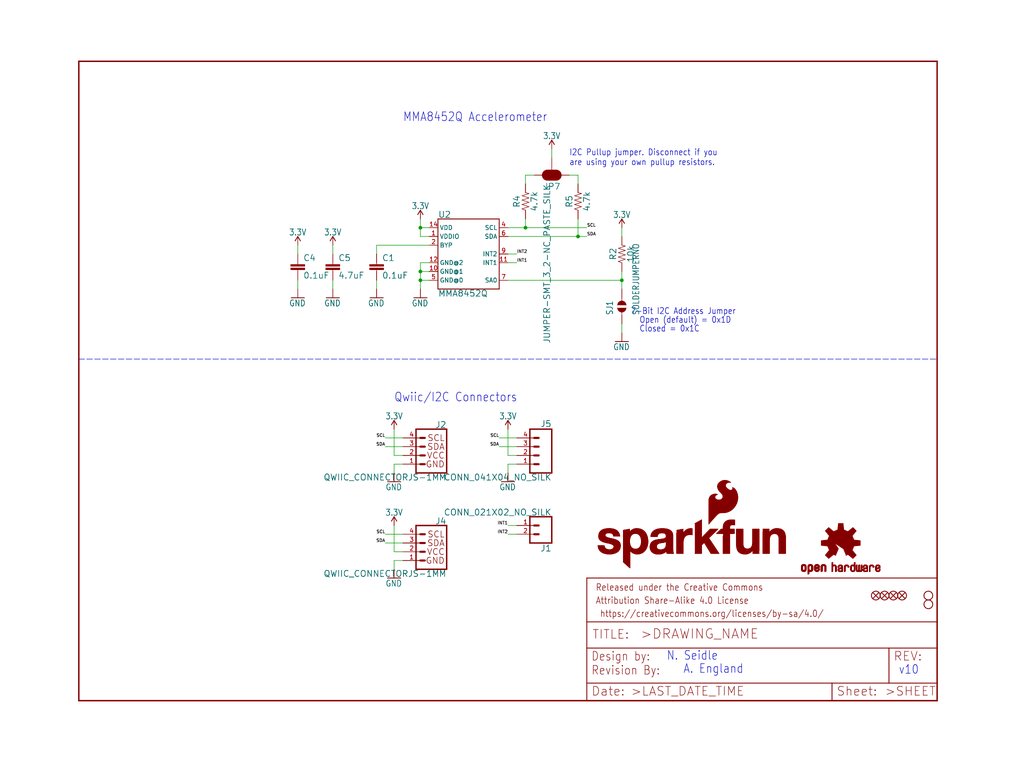
<source format=kicad_sch>
(kicad_sch (version 20211123) (generator eeschema)
  (paper "User" 297.002 223.926)
  (lib_symbols
    (symbol "eagleSchem-eagle-import:0.1UF-0603-25V-(+80{slash}-20%)"
      (property "Reference" "C" (at 1.524 2.921 0))
      (property "Value" "0.1UF-0603-25V-(+80{slash}-20%)" (at 1.524 -2.159 0))
      (symbol "0.1UF-0603-25V-(+80{slash}-20%)_1_0"
        (pin passive line (at 0 5.08 270) (length 2.54) (name "1") (number "1"))
        (pin passive line (at 0 -2.54 90) (length 2.54) (name "2") (number "2"))
      )
    )
    (symbol "eagleSchem-eagle-import:10KOHM-0603-1{slash}10W-1%"
      (property "Reference" "R" (at 0 1.524 0))
      (property "Value" "10KOHM-0603-1{slash}10W-1%" (at 0 -1.524 0))
      (symbol "10KOHM-0603-1{slash}10W-1%_1_0"
        (pin passive line (at -5.08 0 0) (length 2.54) (name "1") (number "1"))
        (pin passive line (at 5.08 0 180) (length 2.54) (name "2") (number "2"))
      )
    )
    (symbol "eagleSchem-eagle-import:3.3V" (power)
      (property "Value" "3.3V" (at 0 2.794 0))
      (symbol "3.3V_1_0"
        (pin power_in line (at 0 0 90) (length 2.54) (name "3.3V") (number "1"))
      )
    )
    (symbol "eagleSchem-eagle-import:4.7KOHM-0603-1{slash}10W-1%"
      (property "Reference" "R" (at 0 1.524 0))
      (property "Value" "4.7KOHM-0603-1{slash}10W-1%" (at 0 -1.524 0))
      (symbol "4.7KOHM-0603-1{slash}10W-1%_1_0"
        (pin passive line (at -5.08 0 0) (length 2.54) (name "1") (number "1"))
        (pin passive line (at 5.08 0 180) (length 2.54) (name "2") (number "2"))
      )
    )
    (symbol "eagleSchem-eagle-import:4.7UF0603"
      (property "Reference" "C" (at 1.524 2.921 0))
      (property "Value" "4.7UF0603" (at 1.524 -2.159 0))
      (symbol "4.7UF0603_1_0"
        (pin passive line (at 0 5.08 270) (length 2.54) (name "1") (number "1"))
        (pin passive line (at 0 -2.54 90) (length 2.54) (name "2") (number "2"))
      )
    )
    (symbol "eagleSchem-eagle-import:CONN_021X02_NO_SILK"
      (property "Reference" "J" (at -2.54 5.588 0))
      (property "Value" "CONN_021X02_NO_SILK" (at -2.54 -4.826 0))
      (symbol "CONN_021X02_NO_SILK_1_0"
        (pin passive line (at 7.62 0 180) (length 5.08) (name "1") (number "1"))
        (pin passive line (at 7.62 2.54 180) (length 5.08) (name "2") (number "2"))
      )
    )
    (symbol "eagleSchem-eagle-import:CONN_041X04_NO_SILK"
      (property "Reference" "J" (at -5.08 8.128 0))
      (property "Value" "CONN_041X04_NO_SILK" (at -5.08 -7.366 0))
      (symbol "CONN_041X04_NO_SILK_1_0"
        (pin passive line (at 5.08 -2.54 180) (length 5.08) (name "1") (number "1"))
        (pin passive line (at 5.08 0 180) (length 5.08) (name "2") (number "2"))
        (pin passive line (at 5.08 2.54 180) (length 5.08) (name "3") (number "3"))
        (pin passive line (at 5.08 5.08 180) (length 5.08) (name "4") (number "4"))
      )
    )
    (symbol "eagleSchem-eagle-import:FIDUCIALUFIDUCIAL")
    (symbol "eagleSchem-eagle-import:FRAME-LETTER"
      (symbol "FRAME-LETTER_2_0"
        (text " https://creativecommons.org/licenses/by-sa/4.0/" (at 2.54 24.13 0) (effects (font (size 1.9304 1.6408)) (justify left bottom)))
        (text ">DRAWING_NAME" (at 15.494 17.78 0) (effects (font (size 2.7432 2.7432)) (justify left bottom)))
        (text ">LAST_DATE_TIME" (at 12.7 1.27 0) (effects (font (size 2.54 2.54)) (justify left bottom)))
        (text ">SHEET" (at 86.36 1.27 0) (effects (font (size 2.54 2.54)) (justify left bottom)))
        (text "Attribution Share-Alike 4.0 License" (at 2.54 27.94 0) (effects (font (size 1.9304 1.6408)) (justify left bottom)))
        (text "Date:" (at 1.27 1.27 0) (effects (font (size 2.54 2.54)) (justify left bottom)))
        (text "Design by:" (at 1.27 11.43 0) (effects (font (size 2.54 2.159)) (justify left bottom)))
        (text "Released under the Creative Commons" (at 2.54 31.75 0) (effects (font (size 1.9304 1.6408)) (justify left bottom)))
        (text "REV:" (at 88.9 11.43 0) (effects (font (size 2.54 2.54)) (justify left bottom)))
        (text "Sheet:" (at 72.39 1.27 0) (effects (font (size 2.54 2.54)) (justify left bottom)))
        (text "TITLE:" (at 1.524 17.78 0) (effects (font (size 2.54 2.54)) (justify left bottom)))
      )
    )
    (symbol "eagleSchem-eagle-import:GND" (power)
      (property "Value" "GND" (at -2.54 -2.54 0))
      (symbol "GND_1_0"
        (pin power_in line (at 0 2.54 270) (length 2.54) (name "GND") (number "1"))
      )
    )
    (symbol "eagleSchem-eagle-import:JUMPER-SMT_3_2-NC_PASTE_SILK"
      (property "Reference" "JP" (at 2.54 0.381 0))
      (property "Value" "JUMPER-SMT_3_2-NC_PASTE_SILK" (at 2.54 -0.381 0))
      (symbol "JUMPER-SMT_3_2-NC_PASTE_SILK_1_0"
        (pin passive line (at 0 5.08 270) (length 2.54) (name "1") (number "1"))
        (pin passive line (at -5.08 0 0) (length 2.54) (name "2") (number "2"))
        (pin passive line (at 0 -5.08 90) (length 2.54) (name "3") (number "3"))
      )
    )
    (symbol "eagleSchem-eagle-import:MMA8452Q"
      (property "Reference" "U" (at -7.62 10.414 0))
      (property "Value" "MMA8452Q" (at -7.62 -10.414 0))
      (symbol "MMA8452Q_1_0"
        (pin bidirectional line (at -10.16 5.08 0) (length 2.54) (name "VDDIO") (number "1"))
        (pin bidirectional line (at -10.16 -5.08 0) (length 2.54) (name "GND@1") (number "10"))
        (pin bidirectional line (at 12.7 -2.54 180) (length 2.54) (name "INT1") (number "11"))
        (pin bidirectional line (at -10.16 -2.54 0) (length 2.54) (name "GND@2") (number "12"))
        (pin bidirectional line (at -10.16 7.62 0) (length 2.54) (name "VDD") (number "14"))
        (pin bidirectional line (at -10.16 2.54 0) (length 2.54) (name "BYP") (number "2"))
        (pin bidirectional line (at 12.7 7.62 180) (length 2.54) (name "SCL") (number "4"))
        (pin bidirectional line (at -10.16 -7.62 0) (length 2.54) (name "GND@0") (number "5"))
        (pin bidirectional line (at 12.7 5.08 180) (length 2.54) (name "SDA") (number "6"))
        (pin bidirectional line (at 12.7 -7.62 180) (length 2.54) (name "SA0") (number "7"))
        (pin bidirectional line (at 12.7 0 180) (length 2.54) (name "INT2") (number "9"))
      )
    )
    (symbol "eagleSchem-eagle-import:OSHW-LOGOMINI")
    (symbol "eagleSchem-eagle-import:QWIIC_CONNECTORJS-1MM"
      (property "Reference" "J" (at -5.08 7.874 0))
      (property "Value" "QWIIC_CONNECTORJS-1MM" (at -5.08 -5.334 0))
      (symbol "QWIIC_CONNECTORJS-1MM_1_0"
        (text "GND" (at -4.572 -2.54 0) (effects (font (size 1.778 1.778)) (justify left)))
        (text "SCL" (at -4.572 5.08 0) (effects (font (size 1.778 1.778)) (justify left)))
        (text "SDA" (at -4.572 2.54 0) (effects (font (size 1.778 1.778)) (justify left)))
        (text "VCC" (at -4.572 0 0) (effects (font (size 1.778 1.778)) (justify left)))
        (pin power_in line (at 7.62 -2.54 180) (length 5.08) (name "1") (number "1"))
        (pin power_in line (at 7.62 0 180) (length 5.08) (name "2") (number "2"))
        (pin passive line (at 7.62 2.54 180) (length 5.08) (name "3") (number "3"))
        (pin passive line (at 7.62 5.08 180) (length 5.08) (name "4") (number "4"))
      )
    )
    (symbol "eagleSchem-eagle-import:REVISION"
      (symbol "REVISION_1_0"
        (text "Revision By: " (at 0 0 0) (effects (font (size 2.54 2.159)) (justify left bottom)))
      )
    )
    (symbol "eagleSchem-eagle-import:SFE_LOGO_NAME_FLAME.1_INCH")
    (symbol "eagleSchem-eagle-import:SOLDERJUMPERNO"
      (property "Reference" "SJ" (at -2.54 2.54 0))
      (property "Value" "SOLDERJUMPERNO" (at -2.54 -5.08 0))
      (symbol "SOLDERJUMPERNO_1_0"
        (pin passive line (at -5.08 0 0) (length 2.54) (name "1") (number "1"))
        (pin passive line (at 5.08 0 180) (length 2.54) (name "2") (number "2"))
      )
    )
    (symbol "eagleSchem-eagle-import:STAND-OFF")
  )
  (junction (at 152.4 66.04))
  (junction (at 121.92 78.74))
  (junction (at 121.92 66.04))
  (junction (at 121.92 81.28))
  (junction (at 180.34 81.28))
  (junction (at 167.64 68.58))
  (wire (pts (xy 116.84 129.54) (xy 111.76 129.54)))
  (wire (pts (xy 149.86 152.4) (xy 147.32 152.4)))
  (wire (pts (xy 147.32 81.28) (xy 180.34 81.28)))
  (wire (pts (xy 86.36 73.66) (xy 86.36 71.12)))
  (wire (pts (xy 124.46 78.74) (xy 121.92 78.74)))
  (polyline (pts (xy 22.86 104.14) (xy 271.78 104.14)))
  (wire (pts (xy 147.32 76.2) (xy 149.86 76.2)))
  (wire (pts (xy 152.4 66.04) (xy 152.4 63.5)))
  (wire (pts (xy 180.34 81.28) (xy 180.34 78.74)))
  (wire (pts (xy 167.64 53.34) (xy 167.64 50.8)))
  (wire (pts (xy 114.3 160.02) (xy 114.3 152.4)))
  (wire (pts (xy 114.3 132.08) (xy 114.3 124.46)))
  (wire (pts (xy 116.84 132.08) (xy 114.3 132.08)))
  (wire (pts (xy 152.4 50.8) (xy 154.94 50.8)))
  (wire (pts (xy 121.92 66.04) (xy 121.92 63.5)))
  (wire (pts (xy 86.36 81.28) (xy 86.36 83.82)))
  (wire (pts (xy 121.92 78.74) (xy 121.92 81.28)))
  (wire (pts (xy 124.46 76.2) (xy 121.92 76.2)))
  (wire (pts (xy 160.02 43.18) (xy 160.02 45.72)))
  (wire (pts (xy 114.3 162.56) (xy 114.3 165.1)))
  (wire (pts (xy 124.46 68.58) (xy 121.92 68.58)))
  (wire (pts (xy 147.32 132.08) (xy 147.32 124.46)))
  (wire (pts (xy 180.34 83.82) (xy 180.34 81.28)))
  (wire (pts (xy 116.84 157.48) (xy 111.76 157.48)))
  (wire (pts (xy 149.86 129.54) (xy 144.78 129.54)))
  (wire (pts (xy 149.86 134.62) (xy 147.32 134.62)))
  (wire (pts (xy 109.22 71.12) (xy 109.22 73.66)))
  (wire (pts (xy 116.84 160.02) (xy 114.3 160.02)))
  (wire (pts (xy 147.32 68.58) (xy 167.64 68.58)))
  (wire (pts (xy 114.3 134.62) (xy 114.3 137.16)))
  (wire (pts (xy 152.4 53.34) (xy 152.4 50.8)))
  (wire (pts (xy 116.84 134.62) (xy 114.3 134.62)))
  (wire (pts (xy 180.34 66.04) (xy 180.34 68.58)))
  (wire (pts (xy 124.46 71.12) (xy 109.22 71.12)))
  (wire (pts (xy 149.86 127) (xy 144.78 127)))
  (wire (pts (xy 167.64 50.8) (xy 165.1 50.8)))
  (wire (pts (xy 116.84 154.94) (xy 111.76 154.94)))
  (wire (pts (xy 180.34 96.52) (xy 180.34 93.98)))
  (wire (pts (xy 116.84 162.56) (xy 114.3 162.56)))
  (wire (pts (xy 96.52 81.28) (xy 96.52 83.82)))
  (wire (pts (xy 167.64 68.58) (xy 170.18 68.58)))
  (wire (pts (xy 147.32 66.04) (xy 152.4 66.04)))
  (wire (pts (xy 121.92 81.28) (xy 121.92 83.82)))
  (wire (pts (xy 152.4 66.04) (xy 170.18 66.04)))
  (wire (pts (xy 124.46 66.04) (xy 121.92 66.04)))
  (wire (pts (xy 121.92 76.2) (xy 121.92 78.74)))
  (wire (pts (xy 96.52 73.66) (xy 96.52 71.12)))
  (wire (pts (xy 149.86 154.94) (xy 147.32 154.94)))
  (wire (pts (xy 167.64 68.58) (xy 167.64 63.5)))
  (wire (pts (xy 149.86 132.08) (xy 147.32 132.08)))
  (wire (pts (xy 147.32 73.66) (xy 149.86 73.66)))
  (wire (pts (xy 121.92 68.58) (xy 121.92 66.04)))
  (wire (pts (xy 147.32 134.62) (xy 147.32 137.16)))
  (wire (pts (xy 116.84 127) (xy 111.76 127)))
  (wire (pts (xy 109.22 81.28) (xy 109.22 83.82)))
  (wire (pts (xy 124.46 81.28) (xy 121.92 81.28)))
  (text "Open (default) = 0x1D" (at 185.42 93.98 180) (effects (font (size 1.778 1.5113)) (justify left bottom)))
  (text "7-Bit I2C Address Jumper" (at 182.88 91.44 180) (effects (font (size 1.778 1.5113)) (justify left bottom)))
  (text "I2C Pullup jumper. Disconnect if you\nare using your own pullup resistors." (at 165.1 48.26 0) (effects (font (size 1.778 1.5113)) (justify left bottom)))
  (text "Qwiic/I2C Connectors" (at 114.3 116.84 180) (effects (font (size 2.54 2.159)) (justify left bottom)))
  (text "Closed = 0x1C" (at 185.42 96.52 180) (effects (font (size 1.778 1.5113)) (justify left bottom)))
  (text "A. England" (at 198.12 195.58 180) (effects (font (size 2.54 2.159)) (justify left bottom)))
  (text "MMA8452Q Accelerometer" (at 116.84 35.56 180) (effects (font (size 2.54 2.159)) (justify left bottom)))
  (text "N. Seidle" (at 193.294 191.77 180) (effects (font (size 2.54 2.159)) (justify left bottom)))
  (text "v10" (at 260.604 195.834 180) (effects (font (size 2.54 2.159)) (justify left bottom)))
  (label "SCL" (at 111.76 127 180) (effects (font (size 0.889 0.889))))
  (label "SCL" (at 111.76 154.94 180) (effects (font (size 0.889 0.889))))
  (label "SDA" (at 144.78 129.54 180) (effects (font (size 0.889 0.889))))
  (label "INT1" (at 147.32 152.4 180) (effects (font (size 0.889 0.889))))
  (label "SDA" (at 111.76 129.54 180) (effects (font (size 0.889 0.889))))
  (label "SCL" (at 170.18 66.04 0) (effects (font (size 0.889 0.889))))
  (label "INT1" (at 149.86 76.2 0) (effects (font (size 0.889 0.889))))
  (label "INT2" (at 149.86 73.66 0) (effects (font (size 0.889 0.889))))
  (label "SDA" (at 111.76 157.48 180) (effects (font (size 0.889 0.889))))
  (label "SDA" (at 170.18 68.58 0) (effects (font (size 0.889 0.889))))
  (label "SCL" (at 144.78 127 180) (effects (font (size 0.889 0.889))))
  (label "INT2" (at 147.32 154.94 180) (effects (font (size 0.889 0.889))))
  (symbol (lib_id "eagleSchem-eagle-import:JUMPER-SMT_3_2-NC_PASTE_SILK") (at 160.02 50.8 270) (unit 1)
    (property "Reference" "JP7" (at 157.48 55.118 90) (effects (font (size 1.778 1.778)) (justify left bottom)))
    (property "Value" "JUMPER-SMT_3_2-NC_PASTE_SILK" (at 159.639 53.34 0) (effects (font (size 1.778 1.778)) (justify left top)))
    (property "Footprint" "eagleSchem:SMT-JUMPER_3_2-NC_PASTE_SILK" (effects hide))
  )
  (symbol (lib_id "eagleSchem-eagle-import:FIDUCIALUFIDUCIAL") (at 256.54 172.72 0) (unit 1)
    (property "Reference" "JP1" (effects hide))
    (property "Value" "FIDUCIALUFIDUCIAL" (effects hide))
    (property "Footprint" "eagleSchem:MICRO-FIDUCIAL" (effects hide))
  )
  (symbol (lib_id "eagleSchem-eagle-import:FRAME-LETTER") (at 170.18 203.2 0) (unit 2)
    (property "Reference" "FRAME1" (effects hide))
    (property "Value" "FRAME-LETTER" (effects hide))
    (property "Footprint" "eagleSchem:CREATIVE_COMMONS" (effects hide))
  )
  (symbol (lib_id "eagleSchem-eagle-import:0.1UF-0603-25V-(+80{slash}-20%)") (at 109.22 78.74 0) (unit 1)
    (property "Reference" "C1" (at 110.744 75.819 0) (effects (font (size 1.778 1.778)) (justify left bottom)))
    (property "Value" "0.1uF" (at 110.744 80.899 0) (effects (font (size 1.778 1.778)) (justify left bottom)))
    (property "Footprint" "eagleSchem:0603" (effects hide))
  )
  (symbol (lib_id "eagleSchem-eagle-import:0.1UF-0603-25V-(+80{slash}-20%)") (at 86.36 78.74 0) (unit 1)
    (property "Reference" "C4" (at 87.884 75.819 0) (effects (font (size 1.778 1.778)) (justify left bottom)))
    (property "Value" "0.1uF" (at 87.884 80.899 0) (effects (font (size 1.778 1.778)) (justify left bottom)))
    (property "Footprint" "eagleSchem:0603" (effects hide))
  )
  (symbol (lib_id "eagleSchem-eagle-import:GND") (at 114.3 139.7 0) (unit 1)
    (property "Reference" "#GND6" (effects hide))
    (property "Value" "GND" (at 111.76 142.24 0) (effects (font (size 1.778 1.5113)) (justify left bottom)))
    (property "Footprint" "eagleSchem:" (effects hide))
  )
  (symbol (lib_id "eagleSchem-eagle-import:GND") (at 96.52 86.36 0) (unit 1)
    (property "Reference" "#GND3" (effects hide))
    (property "Value" "GND" (at 93.98 88.9 0) (effects (font (size 1.778 1.5113)) (justify left bottom)))
    (property "Footprint" "eagleSchem:" (effects hide))
  )
  (symbol (lib_id "eagleSchem-eagle-import:4.7KOHM-0603-1{slash}10W-1%") (at 152.4 58.42 90) (unit 1)
    (property "Reference" "R4" (at 150.876 58.42 0) (effects (font (size 1.778 1.778)) (justify bottom)))
    (property "Value" "4.7k" (at 153.924 58.42 0) (effects (font (size 1.778 1.778)) (justify top)))
    (property "Footprint" "eagleSchem:0603" (effects hide))
  )
  (symbol (lib_id "eagleSchem-eagle-import:3.3V") (at 114.3 124.46 0) (unit 1)
    (property "Reference" "#SUPPLY4" (effects hide))
    (property "Value" "3.3V" (at 114.3 121.666 0) (effects (font (size 1.778 1.5113)) (justify bottom)))
    (property "Footprint" "eagleSchem:" (effects hide))
  )
  (symbol (lib_id "eagleSchem-eagle-import:QWIIC_CONNECTORJS-1MM") (at 124.46 160.02 0) (mirror y) (unit 1)
    (property "Reference" "J4" (at 129.54 152.146 0) (effects (font (size 1.778 1.778)) (justify left bottom)))
    (property "Value" "QWIIC_CONNECTORJS-1MM" (at 129.54 165.354 0) (effects (font (size 1.778 1.778)) (justify left top)))
    (property "Footprint" "eagleSchem:1X04_1MM_RA" (effects hide))
  )
  (symbol (lib_id "eagleSchem-eagle-import:FIDUCIALUFIDUCIAL") (at 254 172.72 0) (unit 1)
    (property "Reference" "JP2" (effects hide))
    (property "Value" "FIDUCIALUFIDUCIAL" (effects hide))
    (property "Footprint" "eagleSchem:MICRO-FIDUCIAL" (effects hide))
  )
  (symbol (lib_id "eagleSchem-eagle-import:GND") (at 114.3 167.64 0) (unit 1)
    (property "Reference" "#GND8" (effects hide))
    (property "Value" "GND" (at 111.76 170.18 0) (effects (font (size 1.778 1.5113)) (justify left bottom)))
    (property "Footprint" "eagleSchem:" (effects hide))
  )
  (symbol (lib_id "eagleSchem-eagle-import:FRAME-LETTER") (at 22.86 203.2 0) (unit 1)
    (property "Reference" "FRAME1" (effects hide))
    (property "Value" "FRAME-LETTER" (effects hide))
    (property "Footprint" "eagleSchem:CREATIVE_COMMONS" (effects hide))
  )
  (symbol (lib_id "eagleSchem-eagle-import:SOLDERJUMPERNO") (at 180.34 88.9 90) (unit 1)
    (property "Reference" "SJ1" (at 177.8 91.44 0) (effects (font (size 1.778 1.5113)) (justify left bottom)))
    (property "Value" "SOLDERJUMPERNO" (at 185.42 91.44 0) (effects (font (size 1.778 1.5113)) (justify left bottom)))
    (property "Footprint" "eagleSchem:SJ_2S-NO" (effects hide))
  )
  (symbol (lib_id "eagleSchem-eagle-import:3.3V") (at 147.32 124.46 0) (unit 1)
    (property "Reference" "#SUPPLY7" (effects hide))
    (property "Value" "3.3V" (at 147.32 121.666 0) (effects (font (size 1.778 1.5113)) (justify bottom)))
    (property "Footprint" "eagleSchem:" (effects hide))
  )
  (symbol (lib_id "eagleSchem-eagle-import:QWIIC_CONNECTORJS-1MM") (at 124.46 132.08 0) (mirror y) (unit 1)
    (property "Reference" "J2" (at 129.54 124.206 0) (effects (font (size 1.778 1.778)) (justify left bottom)))
    (property "Value" "QWIIC_CONNECTORJS-1MM" (at 129.54 137.414 0) (effects (font (size 1.778 1.778)) (justify left top)))
    (property "Footprint" "eagleSchem:1X04_1MM_RA" (effects hide))
  )
  (symbol (lib_id "eagleSchem-eagle-import:SFE_LOGO_NAME_FLAME.1_INCH") (at 172.72 165.1 0) (unit 1)
    (property "Reference" "LOGO2" (effects hide))
    (property "Value" "SFE_LOGO_NAME_FLAME.1_INCH" (effects hide))
    (property "Footprint" "eagleSchem:SFE_LOGO_NAME_FLAME_.1" (effects hide))
  )
  (symbol (lib_id "eagleSchem-eagle-import:SFE_LOGO_NAME_FLAME.1_INCH") (at 172.72 165.1 0) (unit 1)
    (property "Reference" "LOGO3" (effects hide))
    (property "Value" "SFE_LOGO_NAME_FLAME.1_INCH" (effects hide))
    (property "Footprint" "eagleSchem:SFE_LOGO_NAME_FLAME_.1" (effects hide))
  )
  (symbol (lib_id "eagleSchem-eagle-import:STAND-OFF") (at 269.24 172.72 0) (unit 1)
    (property "Reference" "JP3" (effects hide))
    (property "Value" "STAND-OFF" (effects hide))
    (property "Footprint" "eagleSchem:STAND-OFF" (effects hide))
  )
  (symbol (lib_id "eagleSchem-eagle-import:MMA8452Q") (at 134.62 73.66 0) (unit 1)
    (property "Reference" "U2" (at 127 63.246 0) (effects (font (size 1.778 1.778)) (justify left bottom)))
    (property "Value" "MMA8452Q" (at 127 84.074 0) (effects (font (size 1.778 1.778)) (justify left top)))
    (property "Footprint" "eagleSchem:QFN-16" (effects hide))
  )
  (symbol (lib_id "eagleSchem-eagle-import:GND") (at 109.22 86.36 0) (unit 1)
    (property "Reference" "#GND5" (effects hide))
    (property "Value" "GND" (at 106.68 88.9 0) (effects (font (size 1.778 1.5113)) (justify left bottom)))
    (property "Footprint" "eagleSchem:" (effects hide))
  )
  (symbol (lib_id "eagleSchem-eagle-import:GND") (at 147.32 139.7 0) (unit 1)
    (property "Reference" "#GND7" (effects hide))
    (property "Value" "GND" (at 144.78 142.24 0) (effects (font (size 1.778 1.5113)) (justify left bottom)))
    (property "Footprint" "eagleSchem:" (effects hide))
  )
  (symbol (lib_id "eagleSchem-eagle-import:GND") (at 121.92 86.36 0) (unit 1)
    (property "Reference" "#GND1" (effects hide))
    (property "Value" "GND" (at 119.38 88.9 0) (effects (font (size 1.778 1.5113)) (justify left bottom)))
    (property "Footprint" "eagleSchem:" (effects hide))
  )
  (symbol (lib_id "eagleSchem-eagle-import:3.3V") (at 86.36 71.12 0) (unit 1)
    (property "Reference" "#SUPPLY5" (effects hide))
    (property "Value" "3.3V" (at 86.36 68.326 0) (effects (font (size 1.778 1.5113)) (justify bottom)))
    (property "Footprint" "eagleSchem:" (effects hide))
  )
  (symbol (lib_id "eagleSchem-eagle-import:3.3V") (at 121.92 63.5 0) (unit 1)
    (property "Reference" "#SUPPLY3" (effects hide))
    (property "Value" "3.3V" (at 121.92 60.706 0) (effects (font (size 1.778 1.5113)) (justify bottom)))
    (property "Footprint" "eagleSchem:" (effects hide))
  )
  (symbol (lib_id "eagleSchem-eagle-import:CONN_041X04_NO_SILK") (at 154.94 132.08 0) (mirror y) (unit 1)
    (property "Reference" "J5" (at 160.02 123.952 0) (effects (font (size 1.778 1.778)) (justify left bottom)))
    (property "Value" "CONN_041X04_NO_SILK" (at 160.02 139.446 0) (effects (font (size 1.778 1.778)) (justify left bottom)))
    (property "Footprint" "eagleSchem:1X04_NO_SILK" (effects hide))
  )
  (symbol (lib_id "eagleSchem-eagle-import:3.3V") (at 114.3 152.4 0) (unit 1)
    (property "Reference" "#SUPPLY8" (effects hide))
    (property "Value" "3.3V" (at 114.3 149.606 0) (effects (font (size 1.778 1.5113)) (justify bottom)))
    (property "Footprint" "eagleSchem:" (effects hide))
  )
  (symbol (lib_id "eagleSchem-eagle-import:10KOHM-0603-1{slash}10W-1%") (at 180.34 73.66 90) (unit 1)
    (property "Reference" "R2" (at 178.816 73.66 0) (effects (font (size 1.778 1.778)) (justify bottom)))
    (property "Value" "10k" (at 181.864 73.66 0) (effects (font (size 1.778 1.778)) (justify top)))
    (property "Footprint" "eagleSchem:0603" (effects hide))
  )
  (symbol (lib_id "eagleSchem-eagle-import:CONN_021X02_NO_SILK") (at 157.48 152.4 180) (unit 1)
    (property "Reference" "J1" (at 160.02 157.988 0) (effects (font (size 1.778 1.778)) (justify left bottom)))
    (property "Value" "CONN_021X02_NO_SILK" (at 160.02 147.574 0) (effects (font (size 1.778 1.778)) (justify left bottom)))
    (property "Footprint" "eagleSchem:1X02_NO_SILK" (effects hide))
  )
  (symbol (lib_id "eagleSchem-eagle-import:STAND-OFF") (at 269.24 175.26 0) (unit 1)
    (property "Reference" "JP4" (effects hide))
    (property "Value" "STAND-OFF" (effects hide))
    (property "Footprint" "eagleSchem:STAND-OFF" (effects hide))
  )
  (symbol (lib_id "eagleSchem-eagle-import:FIDUCIALUFIDUCIAL") (at 259.08 172.72 0) (unit 1)
    (property "Reference" "JP6" (effects hide))
    (property "Value" "FIDUCIALUFIDUCIAL" (effects hide))
    (property "Footprint" "eagleSchem:MICRO-FIDUCIAL" (effects hide))
  )
  (symbol (lib_id "eagleSchem-eagle-import:OSHW-LOGOMINI") (at 243.84 157.48 0) (unit 1)
    (property "Reference" "LOGO1" (effects hide))
    (property "Value" "OSHW-LOGOMINI" (effects hide))
    (property "Footprint" "eagleSchem:OSHW-LOGO-MINI" (effects hide))
  )
  (symbol (lib_id "eagleSchem-eagle-import:3.3V") (at 96.52 71.12 0) (unit 1)
    (property "Reference" "#SUPPLY6" (effects hide))
    (property "Value" "3.3V" (at 96.52 68.326 0) (effects (font (size 1.778 1.5113)) (justify bottom)))
    (property "Footprint" "eagleSchem:" (effects hide))
  )
  (symbol (lib_id "eagleSchem-eagle-import:GND") (at 180.34 99.06 0) (unit 1)
    (property "Reference" "#GND2" (effects hide))
    (property "Value" "GND" (at 177.8 101.6 0) (effects (font (size 1.778 1.5113)) (justify left bottom)))
    (property "Footprint" "eagleSchem:" (effects hide))
  )
  (symbol (lib_id "eagleSchem-eagle-import:FIDUCIALUFIDUCIAL") (at 261.62 172.72 0) (unit 1)
    (property "Reference" "JP5" (effects hide))
    (property "Value" "FIDUCIALUFIDUCIAL" (effects hide))
    (property "Footprint" "eagleSchem:MICRO-FIDUCIAL" (effects hide))
  )
  (symbol (lib_id "eagleSchem-eagle-import:REVISION") (at 171.45 195.834 0) (unit 1)
    (property "Reference" "LOGO4" (effects hide))
    (property "Value" "REVISION" (effects hide))
    (property "Footprint" "eagleSchem:REVISION" (effects hide))
  )
  (symbol (lib_id "eagleSchem-eagle-import:4.7KOHM-0603-1{slash}10W-1%") (at 167.64 58.42 90) (unit 1)
    (property "Reference" "R5" (at 166.116 58.42 0) (effects (font (size 1.778 1.778)) (justify bottom)))
    (property "Value" "4.7k" (at 169.164 58.42 0) (effects (font (size 1.778 1.778)) (justify top)))
    (property "Footprint" "eagleSchem:0603" (effects hide))
  )
  (symbol (lib_id "eagleSchem-eagle-import:4.7UF0603") (at 96.52 78.74 0) (unit 1)
    (property "Reference" "C5" (at 98.044 75.819 0) (effects (font (size 1.778 1.778)) (justify left bottom)))
    (property "Value" "4.7uF" (at 98.044 80.899 0) (effects (font (size 1.778 1.778)) (justify left bottom)))
    (property "Footprint" "eagleSchem:0603" (effects hide))
  )
  (symbol (lib_id "eagleSchem-eagle-import:3.3V") (at 160.02 43.18 0) (unit 1)
    (property "Reference" "#SUPPLY1" (effects hide))
    (property "Value" "3.3V" (at 160.02 40.386 0) (effects (font (size 1.778 1.5113)) (justify bottom)))
    (property "Footprint" "eagleSchem:" (effects hide))
  )
  (symbol (lib_id "eagleSchem-eagle-import:3.3V") (at 180.34 66.04 0) (unit 1)
    (property "Reference" "#SUPPLY2" (effects hide))
    (property "Value" "3.3V" (at 180.34 63.246 0) (effects (font (size 1.778 1.5113)) (justify bottom)))
    (property "Footprint" "eagleSchem:" (effects hide))
  )
  (symbol (lib_id "eagleSchem-eagle-import:GND") (at 86.36 86.36 0) (unit 1)
    (property "Reference" "#GND4" (effects hide))
    (property "Value" "GND" (at 83.82 88.9 0) (effects (font (size 1.778 1.5113)) (justify left bottom)))
    (property "Footprint" "eagleSchem:" (effects hide))
  )
)
</source>
